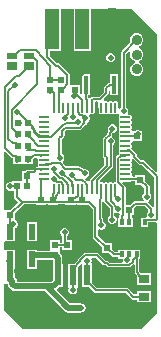
<source format=gtl>
G04*
G04 #@! TF.GenerationSoftware,Altium Limited,Altium Designer,21.6.1 (37)*
G04*
G04 Layer_Physical_Order=1*
G04 Layer_Color=255*
%FSLAX44Y44*%
%MOMM*%
G71*
G04*
G04 #@! TF.SameCoordinates,A3892E78-241B-427D-A5EC-4F0B57241F16*
G04*
G04*
G04 #@! TF.FilePolarity,Positive*
G04*
G01*
G75*
%ADD10C,0.2000*%
%ADD13C,0.1270*%
%ADD15C,0.1700*%
%ADD18R,0.5600X0.6000*%
G04:AMPARAMS|DCode=20|XSize=0.84mm|YSize=0.2mm|CornerRadius=0.025mm|HoleSize=0mm|Usage=FLASHONLY|Rotation=180.000|XOffset=0mm|YOffset=0mm|HoleType=Round|Shape=RoundedRectangle|*
%AMROUNDEDRECTD20*
21,1,0.8400,0.1500,0,0,180.0*
21,1,0.7900,0.2000,0,0,180.0*
1,1,0.0500,-0.3950,0.0750*
1,1,0.0500,0.3950,0.0750*
1,1,0.0500,0.3950,-0.0750*
1,1,0.0500,-0.3950,-0.0750*
%
%ADD20ROUNDEDRECTD20*%
G04:AMPARAMS|DCode=21|XSize=0.2mm|YSize=0.84mm|CornerRadius=0.025mm|HoleSize=0mm|Usage=FLASHONLY|Rotation=180.000|XOffset=0mm|YOffset=0mm|HoleType=Round|Shape=RoundedRectangle|*
%AMROUNDEDRECTD21*
21,1,0.2000,0.7900,0,0,180.0*
21,1,0.1500,0.8400,0,0,180.0*
1,1,0.0500,-0.0750,0.3950*
1,1,0.0500,0.0750,0.3950*
1,1,0.0500,0.0750,-0.3950*
1,1,0.0500,-0.0750,-0.3950*
%
%ADD21ROUNDEDRECTD21*%
%ADD22R,0.5400X0.6000*%
%ADD23R,0.6000X0.5400*%
G04:AMPARAMS|DCode=24|XSize=1.2mm|YSize=3.5mm|CornerRadius=0.3mm|HoleSize=0mm|Usage=FLASHONLY|Rotation=180.000|XOffset=0mm|YOffset=0mm|HoleType=Round|Shape=RoundedRectangle|*
%AMROUNDEDRECTD24*
21,1,1.2000,2.9000,0,0,180.0*
21,1,0.6000,3.5000,0,0,180.0*
1,1,0.6000,-0.3000,1.4500*
1,1,0.6000,0.3000,1.4500*
1,1,0.6000,0.3000,-1.4500*
1,1,0.6000,-0.3000,-1.4500*
%
%ADD24ROUNDEDRECTD24*%
%ADD25R,1.2000X3.5000*%
%ADD26R,0.6000X0.5600*%
%ADD27R,0.3000X0.5250*%
%ADD28R,0.8500X0.6500*%
%ADD29R,0.8500X0.5500*%
%ADD30R,0.5588X1.3208*%
%ADD31R,1.0000X2.7000*%
%ADD32R,0.6000X1.7000*%
%ADD33R,0.9000X0.7000*%
%ADD34R,0.4000X1.5000*%
%ADD53R,3.1000X3.1000*%
%ADD54R,2.4500X1.6500*%
%ADD55C,0.5000*%
%ADD56C,0.2500*%
%ADD57C,0.9000*%
%ADD58C,0.5040*%
%ADD59C,0.5100*%
G36*
X399451Y251944D02*
Y135669D01*
X398278Y135183D01*
X388983Y144478D01*
X388353Y144899D01*
X387610Y145046D01*
X385952D01*
X382025Y148974D01*
Y149365D01*
X381877Y150108D01*
X381456Y150738D01*
X377936Y154258D01*
X377463Y155437D01*
X377945Y156600D01*
Y158100D01*
X377463Y159263D01*
X377463Y159437D01*
X377945Y160600D01*
Y160777D01*
X378710Y161730D01*
X386650D01*
Y165908D01*
X386790Y166246D01*
Y167754D01*
X386650Y168092D01*
Y170270D01*
X385009D01*
X383754Y170790D01*
X382246D01*
X380991Y170270D01*
X378710D01*
X377657Y170795D01*
X377463Y171263D01*
X377463Y171437D01*
X377945Y172600D01*
Y174100D01*
X377463Y175263D01*
X377463Y175437D01*
X377945Y176600D01*
Y178100D01*
X377463Y179263D01*
X377463Y179437D01*
X377945Y180600D01*
Y182100D01*
X377463Y183263D01*
X376300Y183745D01*
X374901D01*
X374547Y184315D01*
X374280Y185015D01*
X374790Y186246D01*
Y187754D01*
X374213Y189147D01*
X373315Y190045D01*
Y235041D01*
X375516Y237243D01*
X376593Y236523D01*
X376230Y235648D01*
Y233352D01*
X377109Y231231D01*
X378732Y229608D01*
X380352Y228937D01*
Y227563D01*
X378732Y226892D01*
X377109Y225268D01*
X376230Y223148D01*
Y220852D01*
X377109Y218732D01*
X378732Y217108D01*
X380853Y216230D01*
X383148D01*
X385269Y217108D01*
X386892Y218732D01*
X387770Y220852D01*
Y223148D01*
X386892Y225268D01*
X385269Y226892D01*
X383649Y227563D01*
Y228937D01*
X385269Y229608D01*
X386892Y231231D01*
X387770Y233352D01*
Y235648D01*
X386892Y237768D01*
X385269Y239391D01*
X383649Y240063D01*
Y241437D01*
X385269Y242108D01*
X386892Y243731D01*
X387770Y245852D01*
Y248148D01*
X386892Y250268D01*
X385269Y251891D01*
X383148Y252770D01*
X380853D01*
X378732Y251891D01*
X377109Y250268D01*
X376230Y248148D01*
Y245852D01*
X376625Y244898D01*
X369363Y237636D01*
X368862Y236885D01*
X368685Y236000D01*
Y190045D01*
X367787Y189147D01*
X367665Y188852D01*
X366395Y189105D01*
Y193650D01*
X365913Y194813D01*
X364750Y195295D01*
X363250D01*
X362086Y194813D01*
X361913Y194813D01*
X360750Y195295D01*
X359250D01*
X358087Y194813D01*
X357913Y194813D01*
X356750Y195295D01*
X355250D01*
X354899Y195150D01*
X354199Y195496D01*
X353942Y197001D01*
X357815Y200875D01*
X358237Y201505D01*
X358384Y202248D01*
X358384Y202248D01*
Y204412D01*
X358460Y204462D01*
X359730Y203783D01*
Y200230D01*
X366270D01*
Y217770D01*
X359730D01*
Y211929D01*
X359095Y210942D01*
X358352Y210794D01*
X357722Y210373D01*
X355069Y207720D01*
X354648Y207090D01*
X354500Y206347D01*
Y203053D01*
X350390Y198942D01*
X344744D01*
X344001Y198794D01*
X343371Y198373D01*
X342688Y197691D01*
X342570Y197618D01*
X342289Y197560D01*
X341132Y197615D01*
X340942Y197805D01*
Y200230D01*
X342270D01*
Y217770D01*
X335730D01*
Y202114D01*
X334460Y201436D01*
X334270Y201563D01*
Y208650D01*
X326688D01*
X325618Y209580D01*
X325584Y209860D01*
Y217090D01*
X325408Y217976D01*
X324906Y218727D01*
X317089Y226545D01*
X316338Y227046D01*
X315452Y227222D01*
X314801D01*
X308339Y233685D01*
Y237230D01*
X317870D01*
Y273451D01*
X328730D01*
Y237230D01*
X343270D01*
Y273451D01*
X377944D01*
X399451Y251944D01*
D02*
G37*
G36*
X349662Y193788D02*
X349605Y193650D01*
Y185750D01*
X350086Y184587D01*
X351250Y184105D01*
X352750D01*
X353913Y184587D01*
X354086Y184587D01*
X355250Y184105D01*
X356750D01*
X357913Y184587D01*
X358087Y184587D01*
X359250Y184105D01*
X360750D01*
X361913Y184587D01*
X362086Y184587D01*
X363250Y184105D01*
X364750D01*
X365913Y184587D01*
X367284Y184578D01*
X367316Y184538D01*
X367236Y183263D01*
X366754Y182100D01*
Y180600D01*
X367236Y179437D01*
X367236Y179263D01*
X366754Y178100D01*
Y176600D01*
X367236Y175437D01*
X367236Y175263D01*
X366754Y174100D01*
Y172600D01*
X367236Y171437D01*
X367236Y171263D01*
X366754Y170100D01*
Y168600D01*
X367236Y167437D01*
X367236Y167263D01*
X366754Y166100D01*
Y164600D01*
X367236Y163437D01*
X367236Y163263D01*
X366754Y162100D01*
Y160600D01*
X367236Y159437D01*
X367236Y159263D01*
X366754Y158100D01*
Y156600D01*
X367236Y155437D01*
X367236Y155263D01*
X366754Y154100D01*
Y152600D01*
X367236Y151437D01*
X367236Y151263D01*
X366754Y150100D01*
Y150043D01*
X366134Y149628D01*
X366134Y149628D01*
X364871Y148366D01*
X364450Y147736D01*
X364302Y146993D01*
Y126595D01*
X363250D01*
X363112Y126538D01*
X362000Y126144D01*
X360888Y126538D01*
X360750Y126595D01*
X359250D01*
X359112Y126538D01*
X358000Y126144D01*
X356888Y126538D01*
X356750Y126595D01*
X355250D01*
X355112Y126538D01*
X354000Y126144D01*
X352888Y126538D01*
X352750Y126595D01*
X351250D01*
X350791Y127769D01*
X350718Y128035D01*
X361373Y138691D01*
X361373Y138691D01*
X361795Y139321D01*
X361942Y140064D01*
Y157702D01*
X362147Y157787D01*
X363213Y158853D01*
X363790Y160246D01*
Y161754D01*
X363213Y163147D01*
X362147Y164213D01*
X361495Y164483D01*
X361385Y164598D01*
X360993Y165963D01*
X361039Y166033D01*
X361187Y166776D01*
Y167552D01*
X361500Y167864D01*
X362277D01*
X363670Y168441D01*
X364736Y169507D01*
X365313Y170900D01*
Y172408D01*
X364736Y173801D01*
X363670Y174867D01*
X362277Y175444D01*
X360769D01*
X359376Y174867D01*
X358310Y173801D01*
X357733Y172408D01*
Y170900D01*
X358116Y169974D01*
X357872Y169730D01*
X357450Y169100D01*
X357303Y168356D01*
Y167581D01*
X354202Y164480D01*
X353781Y163849D01*
X353633Y163106D01*
Y148425D01*
X353781Y147682D01*
X354202Y147052D01*
X354532Y146721D01*
Y140934D01*
X342626Y129029D01*
X342205Y128399D01*
X342057Y127656D01*
Y127428D01*
X341763Y127231D01*
X340278Y127216D01*
X340278Y127216D01*
X338554Y128940D01*
X338782Y129721D01*
X339035Y130256D01*
X340317Y130787D01*
X341383Y131853D01*
X341960Y133246D01*
Y134754D01*
X341383Y136147D01*
X340317Y137213D01*
X338924Y137790D01*
X337416D01*
X337095Y137657D01*
X336332Y138420D01*
X335702Y138841D01*
X334959Y138989D01*
X334498D01*
X334169Y139318D01*
X333539Y139739D01*
X332796Y139887D01*
X322515D01*
X319669Y142733D01*
X319779Y144419D01*
X320213Y144853D01*
X320790Y146246D01*
Y147754D01*
X320213Y149147D01*
X319147Y150213D01*
X318488Y150486D01*
Y162741D01*
X320373Y164627D01*
X320373Y164627D01*
X320794Y165257D01*
X320942Y166000D01*
Y169240D01*
X322515Y170813D01*
X333833D01*
X334576Y170961D01*
X335206Y171381D01*
X339182Y175357D01*
X339603Y175987D01*
X339751Y176731D01*
X339751Y176731D01*
Y176873D01*
X340677Y177257D01*
X341743Y178323D01*
X342320Y179716D01*
Y181224D01*
X341743Y182617D01*
X342228Y183903D01*
X342915Y184244D01*
X343250Y184105D01*
X344750D01*
X345913Y184587D01*
X346395Y185750D01*
Y193650D01*
X346338Y193788D01*
X347187Y195058D01*
X348813D01*
X349662Y193788D01*
D02*
G37*
G36*
X275688Y147722D02*
X276318Y147301D01*
X277061Y147153D01*
X277580Y146088D01*
Y141730D01*
X285720D01*
Y141730D01*
X286280D01*
Y141730D01*
X294420D01*
Y146323D01*
X295504Y147408D01*
X297222D01*
X298070Y146138D01*
X298055Y146100D01*
Y144600D01*
X298536Y143437D01*
X298536Y143263D01*
X298055Y142100D01*
Y140600D01*
X298070Y140562D01*
X297222Y139292D01*
X297157D01*
X296414Y139144D01*
X295784Y138723D01*
X294003Y136942D01*
X289350D01*
X288607Y136794D01*
X287977Y136373D01*
X287908Y136270D01*
X285280D01*
Y128308D01*
X284875Y127557D01*
X284201Y127270D01*
X280874D01*
X280650Y127315D01*
X280427Y127270D01*
X276580D01*
Y127270D01*
X275821Y126762D01*
X275754Y126790D01*
X274246D01*
X272853Y126213D01*
X271787Y125147D01*
X271210Y123754D01*
Y122246D01*
X271787Y120853D01*
X272853Y119787D01*
X274246Y119210D01*
X275754D01*
X275821Y119238D01*
X276580Y118730D01*
Y118730D01*
X278336D01*
Y114350D01*
X278512Y113464D01*
X279014Y112713D01*
X281917Y109810D01*
X275377Y103270D01*
X270710D01*
Y103270D01*
X269549Y103532D01*
X269549Y152201D01*
X270722Y152687D01*
X275688Y147722D01*
D02*
G37*
G36*
X380730Y124350D02*
X385997D01*
X388396Y121951D01*
Y117375D01*
X387497Y116477D01*
X386920Y115084D01*
Y113576D01*
X387497Y112183D01*
X387826Y111854D01*
X387300Y110584D01*
X380650D01*
X379765Y110408D01*
X379014Y109907D01*
X376377Y107270D01*
X372647D01*
Y122043D01*
X372647Y122043D01*
X372499Y122786D01*
X372078Y123416D01*
X372078Y123416D01*
X369713Y125781D01*
X370199Y126955D01*
X376300D01*
X377393Y127408D01*
X380730D01*
Y124350D01*
D02*
G37*
G36*
X383774Y141731D02*
X383774Y141731D01*
X384404Y141310D01*
X385148Y141162D01*
X386805D01*
X396923Y131044D01*
Y105997D01*
X395653Y105612D01*
X395637Y105637D01*
X391906Y109367D01*
X392184Y110838D01*
X392857Y111117D01*
X393923Y112183D01*
X394500Y113576D01*
Y115084D01*
X393923Y116477D01*
X393025Y117375D01*
Y122910D01*
X392848Y123796D01*
X392347Y124546D01*
X389270Y127623D01*
Y132290D01*
X380730D01*
Y131292D01*
X378778D01*
X377929Y132562D01*
X377945Y132600D01*
Y134100D01*
X377463Y135263D01*
X377463Y135437D01*
X377945Y136600D01*
Y138100D01*
X377463Y139263D01*
X377463Y139437D01*
X377945Y140600D01*
Y142100D01*
X377463Y143263D01*
X377463Y143437D01*
X377945Y144600D01*
Y145764D01*
X378942Y146343D01*
X379118Y146387D01*
X383774Y141731D01*
D02*
G37*
G36*
X354206Y109892D02*
X354627Y109262D01*
X359268Y104621D01*
Y98216D01*
X359063Y98131D01*
X357997Y97065D01*
X357420Y95672D01*
Y94164D01*
X357997Y92771D01*
X359063Y91705D01*
X360456Y91128D01*
X361964D01*
X363357Y91705D01*
X364423Y92771D01*
X365000Y94164D01*
Y95672D01*
X364423Y97065D01*
X363357Y98131D01*
X363152Y98216D01*
Y100108D01*
X364422Y100667D01*
X365526Y100210D01*
X367034D01*
X367377Y100352D01*
X368096Y99276D01*
X367877Y99056D01*
X367455Y98426D01*
X367308Y97682D01*
Y96520D01*
X366480D01*
Y88730D01*
X372020D01*
Y88730D01*
X372980D01*
Y88730D01*
X378520D01*
Y96520D01*
X378030D01*
Y98730D01*
X379650D01*
Y103997D01*
X381609Y105956D01*
X388771D01*
X391685Y103041D01*
Y101645D01*
X391227Y101187D01*
X390650Y99794D01*
Y98286D01*
X390840Y97828D01*
X389992Y96558D01*
X389615D01*
X389427Y96520D01*
X385980D01*
Y88730D01*
X391520D01*
Y92673D01*
X398121D01*
X398181Y92685D01*
X399451Y91802D01*
Y16056D01*
X385944Y2549D01*
X285056D01*
X269549Y18056D01*
Y40468D01*
X270819Y40730D01*
X271790D01*
X273006Y40439D01*
X273299Y38968D01*
X274132Y37721D01*
X276341Y35512D01*
X276341Y35512D01*
X277588Y34679D01*
X279059Y34386D01*
X304178D01*
X321282Y17282D01*
X321282Y17282D01*
X322529Y16449D01*
X324000Y16156D01*
X324000Y16156D01*
X335000D01*
X335271Y16210D01*
X335754D01*
X336200Y16395D01*
X336471Y16449D01*
X336701Y16602D01*
X337147Y16787D01*
X337488Y17128D01*
X337718Y17282D01*
X337872Y17512D01*
X338213Y17853D01*
X338398Y18299D01*
X338551Y18529D01*
X338605Y18800D01*
X338790Y19246D01*
Y19729D01*
X338844Y20000D01*
X338790Y20271D01*
Y20754D01*
X338605Y21200D01*
X338551Y21471D01*
X338398Y21701D01*
X338213Y22147D01*
X337872Y22488D01*
X337718Y22718D01*
X337488Y22871D01*
X337147Y23213D01*
X336701Y23398D01*
X336471Y23551D01*
X336200Y23605D01*
X335754Y23790D01*
X335271D01*
X335000Y23844D01*
X325592D01*
X313946Y35490D01*
X313948Y35512D01*
X316416Y37980D01*
X319520D01*
Y57520D01*
X319094D01*
Y62750D01*
X319094Y62750D01*
X318801Y64221D01*
X317968Y65468D01*
X317270Y66166D01*
X317270Y68720D01*
X317270Y69990D01*
Y71408D01*
X318730D01*
Y69280D01*
X327270D01*
Y77420D01*
X322942D01*
Y80702D01*
X323147Y80787D01*
X324213Y81853D01*
X324790Y83246D01*
Y84754D01*
X324213Y86147D01*
X323147Y87213D01*
X321754Y87790D01*
X320246D01*
X318853Y87213D01*
X317787Y86147D01*
X317210Y84754D01*
Y83246D01*
X317787Y81853D01*
X318853Y80787D01*
X319058Y80702D01*
Y77420D01*
X318730D01*
Y75292D01*
X317270D01*
Y77420D01*
X308730D01*
Y69990D01*
X308730Y69280D01*
X307786Y68494D01*
X297462D01*
Y69190D01*
X289334D01*
Y53442D01*
X297462D01*
Y60806D01*
X308730D01*
Y60580D01*
X311406D01*
Y57520D01*
X310980D01*
Y43416D01*
X309638Y42074D01*
X305770D01*
X305770Y42074D01*
X305770Y42074D01*
X281801D01*
X280694Y42530D01*
X280401Y44001D01*
X279568Y45248D01*
X279568Y45248D01*
X278650Y46166D01*
Y49270D01*
X278524D01*
Y53442D01*
X278666D01*
Y69190D01*
X270819D01*
X270538Y69190D01*
X269549Y69868D01*
Y76132D01*
X270819Y76810D01*
X278666D01*
Y87412D01*
X279572Y87787D01*
X280638Y88853D01*
X281215Y90246D01*
Y91754D01*
X280638Y93147D01*
X279572Y94213D01*
X279571Y94213D01*
X279236Y94378D01*
X278650Y94730D01*
Y99997D01*
X286434Y107781D01*
X296730D01*
Y107350D01*
X305270D01*
Y107781D01*
X306730D01*
Y107350D01*
X315270D01*
Y107781D01*
X321730D01*
Y107350D01*
X330270D01*
Y107781D01*
X331730D01*
Y107350D01*
X340270D01*
Y107350D01*
X341492Y107235D01*
X344686Y104041D01*
Y80380D01*
X344862Y79494D01*
X345363Y78744D01*
X352730Y71377D01*
Y66710D01*
X357997D01*
X360969Y63738D01*
X361719Y63237D01*
X362605Y63061D01*
X366480D01*
Y61480D01*
X370297D01*
Y60199D01*
X370487Y59741D01*
X369638Y58471D01*
X358970D01*
X357913Y59528D01*
X357282Y59949D01*
X356539Y60097D01*
X355821D01*
X350080Y65838D01*
X349450Y66259D01*
X348707Y66407D01*
X338167D01*
X338167Y66407D01*
X337424Y66259D01*
X336794Y65838D01*
X332768Y61812D01*
X332347Y61182D01*
X332200Y60447D01*
X329273Y57520D01*
X323480D01*
Y37980D01*
X323567D01*
X324416Y36710D01*
X324210Y36214D01*
Y34706D01*
X324787Y33313D01*
X325853Y32247D01*
X327246Y31670D01*
X328754D01*
X330147Y32247D01*
X331213Y33313D01*
X331790Y34706D01*
Y36214D01*
X331585Y36710D01*
X332020Y37980D01*
X332020D01*
Y54773D01*
X334710Y57463D01*
X335980Y56937D01*
Y37980D01*
X341247D01*
X345988Y33238D01*
X346739Y32737D01*
X347625Y32561D01*
X372877D01*
X377574Y27864D01*
X378324Y27362D01*
X379210Y27186D01*
X382230D01*
Y24730D01*
X393770D01*
Y34270D01*
X382230D01*
Y31815D01*
X380169D01*
X375472Y36512D01*
X374721Y37013D01*
X373835Y37190D01*
X348583D01*
X344520Y41253D01*
Y57520D01*
X344433D01*
X343585Y58790D01*
X343790Y59286D01*
Y60794D01*
X343600Y61253D01*
X344449Y62523D01*
X347902D01*
X353643Y56782D01*
X353643Y56782D01*
X354273Y56361D01*
X355017Y56213D01*
X355735D01*
X356792Y55155D01*
X356793Y55155D01*
X357423Y54734D01*
X358166Y54586D01*
X358166Y54586D01*
X375920D01*
X376663Y54734D01*
X377293Y55155D01*
X379038Y56899D01*
X380308Y56373D01*
Y50250D01*
X380456Y49507D01*
X380877Y48876D01*
X382193Y47560D01*
Y47365D01*
X382230Y47177D01*
Y39730D01*
X393770D01*
Y49270D01*
X385821D01*
X385508Y49738D01*
X384193Y51054D01*
Y61480D01*
X385020D01*
Y69270D01*
X379790D01*
X379480Y69270D01*
Y69270D01*
X378520D01*
Y69270D01*
X373290D01*
X372980Y69270D01*
Y69270D01*
X372020D01*
Y69270D01*
X366480D01*
Y67689D01*
X363564D01*
X361270Y69983D01*
Y74650D01*
X356003D01*
X349314Y81339D01*
Y85666D01*
X350584Y86484D01*
X351246Y86210D01*
X352754D01*
X354147Y86787D01*
X355213Y87853D01*
X355790Y89246D01*
Y90754D01*
X355213Y92147D01*
X354147Y93213D01*
X353908Y93312D01*
Y94425D01*
X353760Y95168D01*
X353339Y95798D01*
X352879Y96258D01*
Y110052D01*
X354149Y110177D01*
X354206Y109892D01*
D02*
G37*
%LPC*%
G36*
X360754Y235790D02*
X359246D01*
X357853Y235213D01*
X356787Y234147D01*
X356210Y232754D01*
Y231246D01*
X356787Y229853D01*
X357853Y228787D01*
X359246Y228210D01*
X360754D01*
X362147Y228787D01*
X363213Y229853D01*
X363790Y231246D01*
Y232754D01*
X363213Y234147D01*
X362147Y235213D01*
X360754Y235790D01*
D02*
G37*
G36*
X297462Y92558D02*
X289334D01*
Y76810D01*
X297462D01*
Y92558D01*
D02*
G37*
%LPD*%
D10*
X309848Y165000D02*
X320508Y175660D01*
X295420Y169316D02*
X298823Y165913D01*
X321660Y175660D02*
X322418Y176418D01*
X298823Y165913D02*
X299736Y165000D01*
X300800D02*
X309848D01*
X320508Y175660D02*
X321660D01*
X331418Y176598D02*
X332000Y177180D01*
X326596Y176598D02*
X331418D01*
X322418Y176418D02*
X326416D01*
X326596Y176598D01*
X375715Y92660D02*
Y103335D01*
X380650Y108270D01*
X375680Y103300D02*
X375715Y103335D01*
X394000Y99480D02*
X394440Y99040D01*
X394000Y99480D02*
Y104000D01*
X389730Y108270D02*
X394000Y104000D01*
X375680Y103000D02*
Y103300D01*
X380650Y108270D02*
X389730D01*
X390710Y114330D02*
Y122910D01*
X386000Y127620D02*
Y128000D01*
Y127620D02*
X390710Y122910D01*
X328830Y199820D02*
X330000Y200990D01*
Y204680D01*
X328830Y199156D02*
Y199820D01*
X371000Y236000D02*
X381001Y246000D01*
X371000Y187000D02*
Y236000D01*
X381001Y246000D02*
X382000D01*
X337000Y111000D02*
Y112000D01*
X285475Y110095D02*
X336905D01*
X357000Y70000D02*
X357980D01*
X337000Y111000D02*
X338000Y110000D01*
X342000D01*
X347000Y105000D01*
Y80380D02*
X356700Y70680D01*
X347000Y80380D02*
Y105000D01*
X356700Y70680D02*
X357000D01*
X362605Y65375D02*
X369250D01*
X357980Y70000D02*
X362605Y65375D01*
X274641Y91000D02*
Y98641D01*
X274000Y88000D02*
X277000Y91000D01*
X277425D01*
X280650Y123000D02*
Y125000D01*
Y114350D02*
Y123000D01*
X275000Y123000D02*
X280000D01*
X280960Y186000D02*
X281620D01*
X290320Y177000D02*
Y177300D01*
X281620Y186000D02*
X290320Y177300D01*
X309350Y213350D02*
X317000D01*
X315452Y224908D02*
X323270Y217090D01*
X302720Y231406D02*
Y231990D01*
X309000Y213000D02*
Y225126D01*
X296440Y238270D02*
X302720Y231990D01*
X323270Y209610D02*
Y217090D01*
X302720Y231406D02*
X309000Y225126D01*
X306025Y251425D02*
X310600Y256000D01*
X313843Y224908D02*
X315452D01*
X306025Y232726D02*
Y251425D01*
Y232726D02*
X313843Y224908D01*
X283270Y238270D02*
X296440D01*
X295420Y170424D02*
Y171600D01*
Y169316D02*
Y170424D01*
X293087Y173933D02*
X295420Y171600D01*
X290320Y176700D02*
X293087Y173933D01*
X299736Y165000D02*
X300800D01*
X290320Y176700D02*
Y177000D01*
X309000Y213000D02*
X309350Y213350D01*
X276750Y233250D02*
X278250D01*
X283270Y238270D01*
X375715Y92660D02*
X375750Y92625D01*
X374669Y63169D02*
X376000Y64500D01*
X374669Y61535D02*
Y63169D01*
X374087Y60953D02*
X374669Y61535D01*
X376000Y64500D02*
Y65000D01*
X340000Y48000D02*
X340250Y47750D01*
X340000Y48000D02*
Y60040D01*
X339500Y41500D02*
X340250Y42250D01*
X373835Y34875D02*
X379210Y29500D01*
X347625Y34875D02*
X373835D01*
X379210Y29500D02*
X388000D01*
X340250Y42250D02*
Y47750D01*
X340000Y41000D02*
X341500D01*
X347625Y34875D01*
X274680Y99300D02*
X285475Y110095D01*
X274641Y98641D02*
X275000Y99000D01*
X274680Y99000D02*
Y99300D01*
X336905Y110095D02*
X337000Y110000D01*
X319000Y205450D02*
X320000Y206450D01*
X319000Y204000D02*
Y205450D01*
X316000Y203000D02*
X317000Y204000D01*
X320110Y206450D02*
X323270Y209610D01*
X320000Y206450D02*
X320110D01*
X309000Y203000D02*
X310850D01*
X312000Y201850D01*
Y189700D02*
Y201850D01*
X316000Y189700D02*
Y203000D01*
X280650Y114350D02*
X285000Y110000D01*
D13*
X316545Y147455D02*
X317000Y147000D01*
X316545Y163545D02*
X319000Y166000D01*
X316545Y147455D02*
Y163545D01*
X319000Y166000D02*
Y170044D01*
X321711Y172755D01*
X299355Y166445D02*
X300268Y165532D01*
X300800Y165000D01*
X321711Y172755D02*
X333833D01*
X327983Y182049D02*
Y187983D01*
X333833Y172755D02*
X337809Y176731D01*
X327983Y187983D02*
X328000Y188000D01*
X327967Y182033D02*
X327983Y182049D01*
X337809Y179749D02*
X338530Y180470D01*
X337809Y176731D02*
Y179749D01*
X356000Y110636D02*
X361210Y105426D01*
X350937Y111677D02*
X352000Y112741D01*
X350937Y95454D02*
X351965Y94425D01*
Y90035D02*
Y94425D01*
X361210Y94918D02*
Y105426D01*
X350937Y95454D02*
Y111677D01*
X351965Y90035D02*
X352000Y90000D01*
X389615Y94615D02*
X398121D01*
X387610Y143104D02*
X398865Y131849D01*
Y95359D02*
Y131849D01*
X398121Y94615D02*
X398865Y95359D01*
X388750Y93750D02*
X389615Y94615D01*
X388750Y92625D02*
Y93750D01*
X338006Y134000D02*
X338170D01*
X334959Y137047D02*
X338006Y134000D01*
X333694Y137047D02*
X334959D01*
X332796Y137945D02*
X333694Y137047D01*
X321711Y137945D02*
X332796D01*
X336060Y128687D02*
X338905Y125843D01*
X330983Y128687D02*
X336060D01*
X326835Y132835D02*
X330983Y128687D01*
X318801Y134611D02*
X326055Y127357D01*
X326905Y125295D02*
Y126317D01*
X326055Y127167D02*
Y127357D01*
Y127167D02*
X326905Y126317D01*
X311640Y128990D02*
X312660D01*
X312361Y134793D02*
Y137279D01*
X314545Y127105D02*
X317642D01*
X319635Y121365D02*
X320000Y121000D01*
X319635Y121365D02*
Y124565D01*
X318905Y125295D02*
X319635Y124565D01*
X312361Y134793D02*
X316968Y130186D01*
X311640Y138000D02*
X312361Y137279D01*
X312660Y128990D02*
X314545Y127105D01*
X318561Y130186D02*
X322905Y125843D01*
X316968Y130186D02*
X318561D01*
X317642Y127105D02*
X318905Y125843D01*
X322905Y125295D02*
X323635Y124565D01*
Y121365D02*
Y124565D01*
X318905Y125295D02*
Y125843D01*
X322905Y125295D02*
Y125843D01*
X323635Y121365D02*
X324000Y121000D01*
X309807Y142425D02*
X317231D01*
X303650Y141350D02*
X304015Y141715D01*
X309097D01*
X309807Y142425D01*
X327635Y123365D02*
X328000Y123000D01*
X327635Y123365D02*
Y124565D01*
X326905Y125295D02*
X327635Y124565D01*
X335405Y183595D02*
X338530Y180470D01*
X338530D01*
X334357Y183595D02*
X335405D01*
X383670Y129350D02*
X384000Y129680D01*
X384300D02*
X385990Y127990D01*
X385300Y128320D02*
X386000Y127620D01*
X373000Y129000D02*
X373350Y129350D01*
X385000Y128320D02*
X385300D01*
X375447Y154000D02*
X380083Y149365D01*
Y148169D02*
X385148Y143104D01*
X387610D01*
X380083Y148169D02*
Y149365D01*
X352000Y112741D02*
Y118000D01*
X356000Y110636D02*
Y120000D01*
X344000Y122000D02*
Y127656D01*
X356474Y140130D01*
X332000Y185952D02*
Y187000D01*
Y185952D02*
X334357Y183595D01*
X384000Y129680D02*
X384300D01*
X374000Y154000D02*
X375447D01*
X361523Y170634D02*
Y171654D01*
X359245Y168356D02*
X361523Y170634D01*
X355575Y163106D02*
X359245Y166776D01*
Y168356D01*
X382680Y166680D02*
X383000Y167000D01*
X382680Y166000D02*
Y166680D01*
X373350Y129350D02*
X383670D01*
X370705Y99137D02*
Y122043D01*
X369250Y97682D02*
X370705Y99137D01*
X366245Y126503D02*
X370705Y122043D01*
X366228Y104000D02*
X366280D01*
X369250Y94615D02*
Y97682D01*
X360000Y110228D02*
X366228Y104000D01*
X270595Y206853D02*
X280226Y216484D01*
X270595Y155561D02*
Y206853D01*
Y155561D02*
X277061Y149095D01*
X293087Y173933D02*
Y174635D01*
Y172757D02*
Y173933D01*
X295420Y170424D02*
X295947Y169897D01*
X293087Y172757D02*
X295420Y170424D01*
X330990Y200990D02*
X336000Y195980D01*
X327750Y50250D02*
X328000Y50000D01*
X327000Y51000D02*
X327750Y50250D01*
Y53250D01*
X328000Y35460D02*
Y50000D01*
X378652Y60652D02*
X382000Y64000D01*
X378652Y59261D02*
Y60652D01*
X358166Y56528D02*
X375920D01*
X378652Y59261D01*
X356539Y58155D02*
X358166Y56528D01*
X327750Y53250D02*
X334141Y59641D01*
Y60439D01*
X355017Y58155D02*
X356539D01*
X334141Y60439D02*
X338167Y64465D01*
X348707D02*
X355017Y58155D01*
X338167Y64465D02*
X348707D01*
X382000Y64000D02*
X382250Y63750D01*
X384135Y47365D02*
X387000Y44500D01*
X382250Y50250D02*
X384135Y48365D01*
X387000Y44500D02*
X388000D01*
X384135Y47365D02*
Y48365D01*
X382250Y50250D02*
Y63750D01*
X321000Y181000D02*
X324000Y184000D01*
Y187000D01*
X321000Y75000D02*
X321500Y74500D01*
X320635Y73350D02*
X321000Y73715D01*
X313000Y73350D02*
X320635D01*
X321000Y73715D02*
Y74000D01*
Y75000D02*
Y84000D01*
X317231Y142425D02*
X321711Y137945D01*
X292150Y165000D02*
X292515Y164635D01*
Y163631D02*
X298619Y157527D01*
X303473D01*
X291146Y165000D02*
X292150D01*
X303473Y157527D02*
X303850Y157150D01*
X292515Y163631D02*
Y164635D01*
X295947Y169305D02*
X298807Y166445D01*
X295947Y169305D02*
Y169897D01*
X298807Y166445D02*
X299355D01*
X300800Y165000D02*
X301000D01*
X292722Y175000D02*
X293087Y174635D01*
X338905Y125295D02*
Y125843D01*
X340000Y124000D02*
Y124200D01*
X338905Y125295D02*
X340000Y124200D01*
X364000Y114895D02*
X366000Y112895D01*
Y112000D02*
Y112895D01*
X364000Y114895D02*
Y119000D01*
X360000Y110228D02*
Y121000D01*
X369000Y94000D02*
Y94365D01*
X369250Y94615D01*
X368055Y148255D02*
X368785Y148985D01*
X371985D01*
X372350Y149350D01*
X366245Y126503D02*
Y146993D01*
X360000Y140064D02*
Y161000D01*
X348000Y124000D02*
Y128064D01*
X360000Y140064D01*
X355575Y148425D02*
X356474Y147526D01*
Y140130D02*
Y147526D01*
X355575Y148425D02*
Y163106D01*
X336000Y191000D02*
Y195980D01*
X356442Y206347D02*
X359095Y209000D01*
X356442Y202248D02*
Y206347D01*
X359095Y209000D02*
X363000D01*
X344744Y197000D02*
X351194D01*
X344000Y193000D02*
Y196256D01*
X344744Y197000D01*
X351194D02*
X356442Y202248D01*
X340000Y192000D02*
Y196000D01*
X339000Y197000D02*
Y209000D01*
Y197000D02*
X340000Y196000D01*
X329000Y204680D02*
X329300D01*
X281984Y216484D02*
X290500Y225000D01*
X280226Y216484D02*
X281984D01*
X277061Y149095D02*
X279906D01*
X280650Y148351D01*
Y144000D02*
Y148351D01*
X290500Y225000D02*
X291000D01*
X302000Y153000D02*
X303000Y154000D01*
X297000Y153000D02*
X302000D01*
X296000Y154000D02*
X297000Y153000D01*
X289350Y154000D02*
X296000D01*
X291515Y146365D02*
X291715D01*
X294700Y149350D01*
X290350Y144000D02*
Y144200D01*
X289350D02*
X291515Y146365D01*
X294700Y149350D02*
X300650D01*
X301000Y149000D01*
X289000Y132000D02*
X289350Y131650D01*
X294807Y135000D02*
X297157Y137350D01*
X300650D02*
X301000Y137000D01*
X297157Y137350D02*
X300650D01*
X289350Y125000D02*
Y134650D01*
Y135000D02*
X294807D01*
X367507Y148255D02*
X368055D01*
X366245Y146993D02*
X367507Y148255D01*
X326000Y111000D02*
X328000Y113000D01*
X372350Y165350D02*
X382350D01*
X336000Y112000D02*
Y121000D01*
X328000Y113000D02*
X330000D01*
X332000Y115000D02*
Y121000D01*
X330000Y113000D02*
X332000Y115000D01*
X311000Y111320D02*
Y116800D01*
X313365Y113365D02*
Y115165D01*
X312000Y112000D02*
X313365Y113365D01*
X316000Y117800D02*
Y121000D01*
X313365Y115165D02*
X316000Y117800D01*
X301000Y128985D02*
X301365Y129350D01*
X301000Y112000D02*
Y128985D01*
X301365Y129350D02*
X303650D01*
X312000Y117800D02*
Y120000D01*
X311000Y116800D02*
X312000Y117800D01*
D15*
X273350Y163502D02*
X276972Y159880D01*
X276320Y172530D02*
Y188014D01*
Y172530D02*
X280650Y168200D01*
X276320Y188014D02*
X297620Y209314D01*
X273350Y163502D02*
Y203350D01*
X280650Y165200D02*
Y168200D01*
X273350Y203350D02*
X279000Y209000D01*
X295148Y231350D02*
X297620Y228878D01*
Y209314D02*
Y228878D01*
X293000Y233000D02*
X294650Y231350D01*
X295148D01*
X276972Y159880D02*
X279654D01*
X280650Y158884D01*
D18*
X281650Y157000D02*
D03*
X290350D02*
D03*
X290350Y146000D02*
D03*
X290350Y167000D02*
D03*
X289350Y132000D02*
D03*
X280650D02*
D03*
X289350Y123000D02*
D03*
X280650D02*
D03*
X281650Y146000D02*
D03*
X281650Y167000D02*
D03*
D20*
X303650Y129350D02*
D03*
Y133350D02*
D03*
Y137350D02*
D03*
Y141350D02*
D03*
Y145350D02*
D03*
Y149350D02*
D03*
Y153350D02*
D03*
Y157350D02*
D03*
Y161350D02*
D03*
Y165350D02*
D03*
Y169350D02*
D03*
Y173350D02*
D03*
Y177350D02*
D03*
Y181350D02*
D03*
X372350D02*
D03*
Y177350D02*
D03*
Y173350D02*
D03*
Y169350D02*
D03*
Y165350D02*
D03*
Y161350D02*
D03*
Y157350D02*
D03*
Y153350D02*
D03*
Y149350D02*
D03*
Y145350D02*
D03*
Y141350D02*
D03*
Y137350D02*
D03*
Y133350D02*
D03*
Y129350D02*
D03*
D21*
X364000Y121000D02*
D03*
X360000D02*
D03*
X356000D02*
D03*
X352000D02*
D03*
X348000D02*
D03*
X344000D02*
D03*
X340000D02*
D03*
X336000D02*
D03*
X332000D02*
D03*
X328000D02*
D03*
X324000D02*
D03*
X320000D02*
D03*
X316000D02*
D03*
X312000D02*
D03*
Y189700D02*
D03*
X316000D02*
D03*
X320000D02*
D03*
X324000D02*
D03*
X328000D02*
D03*
X332000D02*
D03*
X336000D02*
D03*
X340000D02*
D03*
X344000D02*
D03*
X348000D02*
D03*
X352000D02*
D03*
X356000D02*
D03*
X360000D02*
D03*
X364000D02*
D03*
D22*
X281680Y177000D02*
D03*
X290320D02*
D03*
X375680Y103000D02*
D03*
X384320D02*
D03*
X382680Y166000D02*
D03*
X391320D02*
D03*
X274680Y99000D02*
D03*
X283320D02*
D03*
X274680Y45000D02*
D03*
X283320D02*
D03*
D23*
X301000Y102680D02*
D03*
Y111320D02*
D03*
X326000D02*
D03*
Y102680D02*
D03*
X330000Y213320D02*
D03*
Y204680D02*
D03*
X357000Y70680D02*
D03*
Y79320D02*
D03*
X311000Y111320D02*
D03*
Y102680D02*
D03*
X385000Y128320D02*
D03*
Y119680D02*
D03*
X336000Y111320D02*
D03*
Y102680D02*
D03*
D24*
X361400Y256000D02*
D03*
D25*
X310600D02*
D03*
X336000D02*
D03*
D26*
X318000Y204650D02*
D03*
X309000D02*
D03*
X323000Y73350D02*
D03*
Y64650D02*
D03*
X313000D02*
D03*
Y73350D02*
D03*
X318000Y213350D02*
D03*
X309000D02*
D03*
D27*
X369250Y92625D02*
D03*
X375750D02*
D03*
X382250D02*
D03*
X388750D02*
D03*
X369250Y65375D02*
D03*
X388750D02*
D03*
X375750D02*
D03*
X382250D02*
D03*
D28*
X276750Y224750D02*
D03*
X291250D02*
D03*
D29*
X276750Y233250D02*
D03*
X291250D02*
D03*
D30*
X274602Y84684D02*
D03*
X293398D02*
D03*
Y61316D02*
D03*
X284000D02*
D03*
X274602D02*
D03*
D31*
X371250Y15750D02*
D03*
X296750D02*
D03*
D32*
X352750Y47750D02*
D03*
X340250D02*
D03*
X315250D02*
D03*
X327750D02*
D03*
D33*
X388000Y44500D02*
D03*
Y29500D02*
D03*
D34*
X363000Y209000D02*
D03*
X351000D02*
D03*
X339000D02*
D03*
D53*
X338000Y155350D02*
D03*
D54*
X379000Y79000D02*
D03*
D55*
X336000Y250000D02*
X336000Y250000D01*
X336000Y250000D02*
Y256000D01*
X311230Y38230D02*
X315000Y42000D01*
X305770Y38230D02*
X311230D01*
X315000Y42000D02*
Y43000D01*
X313000Y65000D02*
X315250Y62750D01*
X305770Y38230D02*
X324000Y20000D01*
X335000D01*
X279059Y38230D02*
X305770D01*
X274680Y44700D02*
Y45000D01*
Y44700D02*
X276850Y42530D01*
Y40439D02*
Y42530D01*
Y40439D02*
X279059Y38230D01*
X274000Y60000D02*
X274680Y59320D01*
Y45000D02*
Y59320D01*
X294650Y64650D02*
X313000D01*
X315250Y47750D02*
Y62750D01*
D56*
X357320Y79320D02*
X371680D01*
X357320D02*
X358000Y80000D01*
X384000Y119000D02*
X384660Y118340D01*
X384320Y103000D02*
X384660Y103340D01*
X384834Y149676D02*
Y150363D01*
X348000Y164000D02*
Y189700D01*
X388072Y153602D02*
Y157072D01*
X390250Y159250D01*
X384834Y150363D02*
X388072Y153602D01*
X283660Y64660D02*
Y98660D01*
X300000Y104000D02*
X301320Y102680D01*
X286700D02*
X301000D01*
X283000Y99000D02*
X283020D01*
X335700Y102680D02*
X336000Y102980D01*
Y103000D01*
X283000Y64000D02*
X283660Y64660D01*
X283020Y99000D02*
X286700Y102680D01*
X283320Y99000D02*
X283660Y98660D01*
X275290Y132000D02*
X280650D01*
X311301Y234224D02*
X316808D01*
X318335Y232698D01*
X310815Y234710D02*
X311301Y234224D01*
X318335Y232698D02*
X323302D01*
X342900Y226000D02*
X344000D01*
X330000D02*
X342900D01*
X361400Y244500D01*
X330900Y214000D02*
X342900Y226000D01*
X323302Y232698D02*
X330000Y226000D01*
X354500Y40500D02*
X361210D01*
X362000Y39710D01*
X352750Y42250D02*
X354500Y40500D01*
X352750Y42250D02*
Y47750D01*
X384000Y138320D02*
X384300D01*
X384000Y138000D02*
X384000Y138000D01*
X384000Y138000D02*
Y138320D01*
X301320Y102680D02*
X311000D01*
X328520Y95500D02*
X335700Y102680D01*
X336000D01*
X326000D02*
X335700D01*
X311000D02*
X326000D01*
X326982Y67968D02*
X328520Y69506D01*
Y95500D01*
X323000Y64650D02*
X323200D01*
X326518Y67968D01*
X326982D01*
X283660Y45340D02*
Y61340D01*
X283320Y45000D02*
X283660Y45340D01*
X283000Y62000D02*
X283660Y61340D01*
X371000Y11000D02*
X371250Y11250D01*
Y15750D01*
X296750Y11250D02*
X297000Y11000D01*
X296750Y11250D02*
Y15750D01*
X351000Y209000D02*
Y219000D01*
X390250Y164930D02*
X391320Y166000D01*
X390250Y159250D02*
Y164930D01*
X346000Y162000D02*
X348000Y164000D01*
X344000Y226000D02*
X351000Y219000D01*
X361400Y244500D02*
Y256000D01*
X387000Y79000D02*
X388750Y77250D01*
Y65375D02*
Y77250D01*
X371680Y79320D02*
X372000Y79000D01*
X382250Y79250D02*
Y92625D01*
X382000Y79000D02*
X382250Y79250D01*
Y100631D02*
X384000Y102380D01*
Y103000D01*
X382250Y92625D02*
Y100631D01*
D57*
X382000Y247000D02*
D03*
Y234500D02*
D03*
Y222000D02*
D03*
Y209500D02*
D03*
D58*
X317000Y147000D02*
D03*
X327967Y182033D02*
D03*
X332000Y177180D02*
D03*
X336000Y263000D02*
D03*
Y250000D02*
D03*
X361210Y94918D02*
D03*
X358000Y80000D02*
D03*
X352000Y90000D02*
D03*
X394440Y99040D02*
D03*
X390710Y114330D02*
D03*
X338170Y134000D02*
D03*
X326835Y132835D02*
D03*
X318801Y134611D02*
D03*
X311640Y128990D02*
D03*
Y138000D02*
D03*
X338530Y180470D02*
D03*
X384834Y149676D02*
D03*
X328830Y199156D02*
D03*
X371000Y187000D02*
D03*
X361523Y171654D02*
D03*
X383000Y167000D02*
D03*
X366280Y104000D02*
D03*
X277425Y91000D02*
D03*
X275000Y123000D02*
D03*
X275290Y132000D02*
D03*
X280960Y186000D02*
D03*
X317000Y213000D02*
D03*
X310815Y234710D02*
D03*
X282000Y177000D02*
D03*
X338000Y156000D02*
D03*
X362000Y39710D02*
D03*
X384000Y138000D02*
D03*
X311000Y102000D02*
D03*
X371000Y11000D02*
D03*
X328000Y35460D02*
D03*
X374087Y60953D02*
D03*
X340000Y60040D02*
D03*
X335000Y20000D02*
D03*
X360000Y232000D02*
D03*
X321000Y181000D02*
D03*
Y84000D02*
D03*
X366000Y112000D02*
D03*
X360000Y161000D02*
D03*
X309000Y204000D02*
D03*
X277000Y224000D02*
D03*
X279000Y209000D02*
D03*
D59*
X396000Y246000D02*
D03*
Y226000D02*
D03*
Y206000D02*
D03*
X391000Y256000D02*
D03*
Y196000D02*
D03*
Y16000D02*
D03*
X376000Y266000D02*
D03*
X381000Y256000D02*
D03*
Y116000D02*
D03*
X376000Y86000D02*
D03*
X381000Y16000D02*
D03*
X376000Y6000D02*
D03*
X366000Y26000D02*
D03*
Y6000D02*
D03*
X356000Y26000D02*
D03*
X361000Y16000D02*
D03*
X356000Y6000D02*
D03*
X351000Y216000D02*
D03*
X346000Y206000D02*
D03*
Y26000D02*
D03*
X351000Y16000D02*
D03*
X346000Y6000D02*
D03*
X336000Y146000D02*
D03*
Y86000D02*
D03*
X341000Y16000D02*
D03*
X336000Y6000D02*
D03*
X326000Y266000D02*
D03*
X331000Y156000D02*
D03*
X326000Y146000D02*
D03*
Y66000D02*
D03*
Y6000D02*
D03*
X321000Y256000D02*
D03*
Y156000D02*
D03*
Y96000D02*
D03*
X316000Y6000D02*
D03*
X306000Y86000D02*
D03*
Y46000D02*
D03*
Y26000D02*
D03*
X311000Y16000D02*
D03*
X306000Y6000D02*
D03*
X301000Y76000D02*
D03*
Y56000D02*
D03*
X296000Y46000D02*
D03*
Y26000D02*
D03*
X301000Y16000D02*
D03*
X296000Y6000D02*
D03*
X291000Y96000D02*
D03*
X286000Y46000D02*
D03*
Y26000D02*
D03*
X291000Y16000D02*
D03*
X286000Y6000D02*
D03*
M02*

</source>
